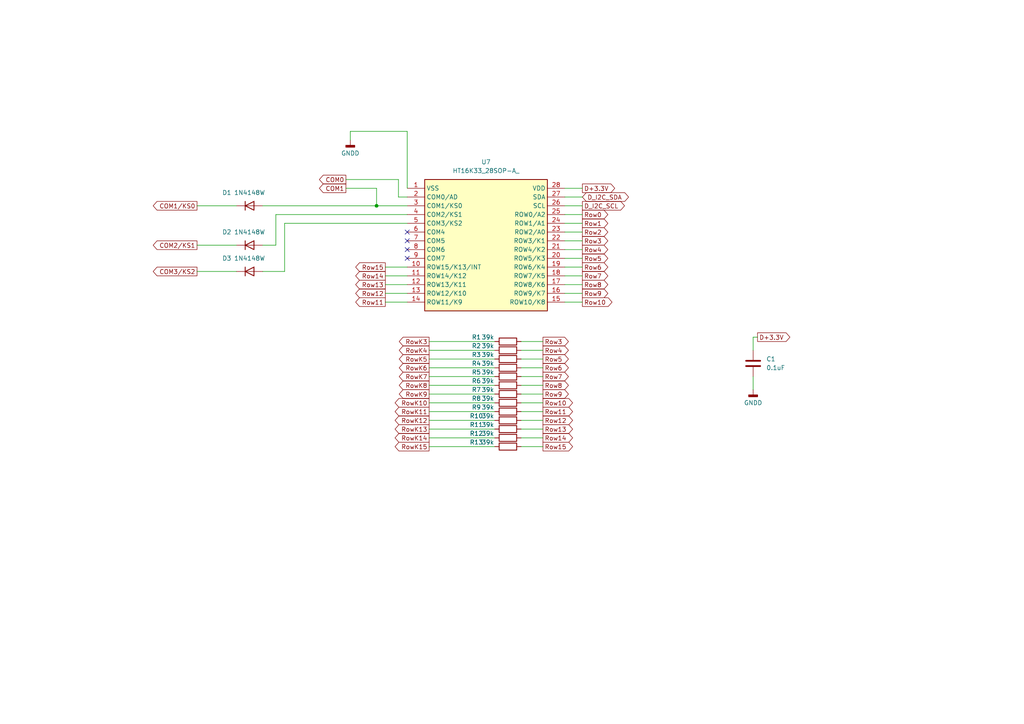
<source format=kicad_sch>
(kicad_sch (version 20231120) (generator "eeschema") (generator_version "8.0")
  (paper "A4")
  (lib_symbols
    (symbol "Device:C" (pin_numbers hide) (pin_names (offset 0.254))
      (property "Reference" "C" (at 0.635 2.54 0))
      (property "Value" "C" (at 0.635 -2.54 0))
      (symbol "C_0_1"
        (polyline (pts (xy -2.032 -0.762) (xy 2.032 -0.762)) (stroke (width 0.508)))
        (polyline (pts (xy -2.032 0.762) (xy 2.032 0.762)) (stroke (width 0.508)))
      )
      (symbol "C_1_1"
        (pin passive line (at 0 3.81 270) (length 2.794) (name "~") (number "1"))
        (pin passive line (at 0 -3.81 90) (length 2.794) (name "~") (number "2"))
      )
    )
    (symbol "Device:R" (pin_numbers hide) (pin_names (offset 0))
      (property "Reference" "R" (at 2.032 0 90))
      (property "Value" "R" (at 0 0 90))
      (symbol "R_0_1"
        (rectangle (start -1.016 -2.54) (end 1.016 2.54) (stroke (width 0.254)))
      )
      (symbol "R_1_1"
        (pin passive line (at 0 3.81 270) (length 1.27) (name "~") (number "1"))
        (pin passive line (at 0 -3.81 90) (length 1.27) (name "~") (number "2"))
      )
    )
    (symbol "Diode:1N4148W" (pin_numbers hide) (pin_names hide)
      (property "Reference" "D" (at 0 2.54 0))
      (property "Value" "1N4148W" (at 0 -2.54 0))
      (symbol "1N4148W_0_1"
        (polyline (pts (xy -1.27 1.27) (xy -1.27 -1.27)) (stroke (width 0.254)))
        (polyline (pts (xy 1.27 0) (xy -1.27 0)))
        (polyline (pts (xy 1.27 1.27) (xy 1.27 -1.27) (xy -1.27 0) (xy 1.27 1.27)) (stroke (width 0.254)))
      )
      (symbol "1N4148W_1_1"
        (pin passive line (at -3.81 0 0) (length 2.54) (name "K") (number "1"))
        (pin passive line (at 3.81 0 180) (length 2.54) (name "A") (number "2"))
      )
    )
    (symbol "SamacSys_Parts:HT16K33_28SOP-A_"
      (property "Reference" "IC" (at 41.91 7.62 0))
      (property "Value" "HT16K33_28SOP-A_" (at 41.91 5.08 0))
      (symbol "HT16K33_28SOP-A__1_1"
        (rectangle (start 5.08 2.54) (end 40.64 -35.56) (stroke (width 0.254)) (fill (type background)))
        (pin passive line (at 0 0 0) (length 5.08) (name "VSS") (number "1"))
        (pin passive line (at 0 -22.86 0) (length 5.08) (name "ROW15/K13/INT") (number "10"))
        (pin passive line (at 0 -25.4 0) (length 5.08) (name "ROW14/K12") (number "11"))
        (pin passive line (at 0 -27.94 0) (length 5.08) (name "ROW13/K11") (number "12"))
        (pin passive line (at 0 -30.48 0) (length 5.08) (name "ROW12/K10") (number "13"))
        (pin passive line (at 0 -33.02 0) (length 5.08) (name "ROW11/K9") (number "14"))
        (pin passive line (at 45.72 -33.02 180) (length 5.08) (name "ROW10/K8") (number "15"))
        (pin passive line (at 45.72 -30.48 180) (length 5.08) (name "ROW9/K7") (number "16"))
        (pin passive line (at 45.72 -27.94 180) (length 5.08) (name "ROW8/K6") (number "17"))
        (pin passive line (at 45.72 -25.4 180) (length 5.08) (name "ROW7/K5") (number "18"))
        (pin passive line (at 45.72 -22.86 180) (length 5.08) (name "ROW6/K4") (number "19"))
        (pin passive line (at 0 -2.54 0) (length 5.08) (name "COM0/AD") (number "2"))
        (pin passive line (at 45.72 -20.32 180) (length 5.08) (name "ROW5/K3") (number "20"))
        (pin passive line (at 45.72 -17.78 180) (length 5.08) (name "ROW4/K2") (number "21"))
        (pin passive line (at 45.72 -15.24 180) (length 5.08) (name "ROW3/K1") (number "22"))
        (pin passive line (at 45.72 -12.7 180) (length 5.08) (name "ROW2/A0") (number "23"))
        (pin passive line (at 45.72 -10.16 180) (length 5.08) (name "ROW1/A1") (number "24"))
        (pin passive line (at 45.72 -7.62 180) (length 5.08) (name "ROW0/A2") (number "25"))
        (pin passive line (at 45.72 -5.08 180) (length 5.08) (name "SCL") (number "26"))
        (pin passive line (at 45.72 -2.54 180) (length 5.08) (name "SDA") (number "27"))
        (pin passive line (at 45.72 0 180) (length 5.08) (name "VDD") (number "28"))
        (pin passive line (at 0 -5.08 0) (length 5.08) (name "COM1/KS0") (number "3"))
        (pin passive line (at 0 -7.62 0) (length 5.08) (name "COM2/KS1") (number "4"))
        (pin passive line (at 0 -10.16 0) (length 5.08) (name "COM3/KS2") (number "5"))
        (pin passive line (at 0 -12.7 0) (length 5.08) (name "COM4") (number "6"))
        (pin passive line (at 0 -15.24 0) (length 5.08) (name "COM5") (number "7"))
        (pin passive line (at 0 -17.78 0) (length 5.08) (name "COM6") (number "8"))
        (pin passive line (at 0 -20.32 0) (length 5.08) (name "COM7") (number "9"))
      )
    )
    (symbol "power:GNDD" (power) (pin_numbers hide) (pin_names (offset 0) hide)
      (property "Value" "GNDD" (at 0 -3.175 0))
      (symbol "GNDD_0_1"
        (rectangle (start -1.27 -1.524) (end 1.27 -2.032) (stroke (width 0.254)) (fill (type outline)))
        (polyline (pts (xy 0 0) (xy 0 -1.524)))
      )
      (symbol "GNDD_1_1"
        (pin power_in line (at 0 0 270) (length 0) (name "~") (number "1"))
      )
    )
  )
  (junction (at 109.22 59.69))
  (no_connect (at 118.11 69.85))
  (no_connect (at 118.11 72.39))
  (no_connect (at 118.11 67.31))
  (no_connect (at 118.11 74.93))
  (wire (pts (xy 168.91 87.63) (xy 163.83 87.63)))
  (wire (pts (xy 124.46 121.92) (xy 143.51 121.92)))
  (wire (pts (xy 168.91 69.85) (xy 163.83 69.85)))
  (wire (pts (xy 115.57 57.15) (xy 115.57 52.07)))
  (wire (pts (xy 82.55 64.77) (xy 118.11 64.77)))
  (wire (pts (xy 118.11 57.15) (xy 115.57 57.15)))
  (wire (pts (xy 101.6 38.1) (xy 101.6 40.64)))
  (wire (pts (xy 100.33 54.61) (xy 109.22 54.61)))
  (wire (pts (xy 157.48 119.38) (xy 151.13 119.38)))
  (wire (pts (xy 57.15 71.12) (xy 68.58 71.12)))
  (wire (pts (xy 109.22 59.69) (xy 118.11 59.69)))
  (wire (pts (xy 76.2 59.69) (xy 109.22 59.69)))
  (wire (pts (xy 219.71 97.79) (xy 218.44 97.79)))
  (wire (pts (xy 157.48 129.54) (xy 151.13 129.54)))
  (wire (pts (xy 168.91 62.23) (xy 163.83 62.23)))
  (wire (pts (xy 118.11 38.1) (xy 118.11 54.61)))
  (wire (pts (xy 157.48 116.84) (xy 151.13 116.84)))
  (wire (pts (xy 124.46 109.22) (xy 143.51 109.22)))
  (wire (pts (xy 157.48 109.22) (xy 151.13 109.22)))
  (wire (pts (xy 124.46 116.84) (xy 143.51 116.84)))
  (wire (pts (xy 163.83 59.69) (xy 168.91 59.69)))
  (wire (pts (xy 124.46 106.68) (xy 143.51 106.68)))
  (wire (pts (xy 57.15 78.74) (xy 68.58 78.74)))
  (wire (pts (xy 111.76 85.09) (xy 118.11 85.09)))
  (wire (pts (xy 168.91 74.93) (xy 163.83 74.93)))
  (wire (pts (xy 124.46 99.06) (xy 143.51 99.06)))
  (wire (pts (xy 124.46 127) (xy 143.51 127)))
  (wire (pts (xy 80.01 62.23) (xy 118.11 62.23)))
  (wire (pts (xy 168.91 67.31) (xy 163.83 67.31)))
  (wire (pts (xy 111.76 87.63) (xy 118.11 87.63)))
  (wire (pts (xy 157.48 111.76) (xy 151.13 111.76)))
  (wire (pts (xy 124.46 129.54) (xy 143.51 129.54)))
  (wire (pts (xy 168.91 85.09) (xy 163.83 85.09)))
  (wire (pts (xy 118.11 38.1) (xy 101.6 38.1)))
  (wire (pts (xy 168.91 82.55) (xy 163.83 82.55)))
  (wire (pts (xy 80.01 71.12) (xy 80.01 62.23)))
  (wire (pts (xy 124.46 104.14) (xy 143.51 104.14)))
  (wire (pts (xy 124.46 101.6) (xy 143.51 101.6)))
  (wire (pts (xy 124.46 111.76) (xy 143.51 111.76)))
  (wire (pts (xy 109.22 54.61) (xy 109.22 59.69)))
  (wire (pts (xy 168.91 72.39) (xy 163.83 72.39)))
  (wire (pts (xy 157.48 101.6) (xy 151.13 101.6)))
  (wire (pts (xy 157.48 104.14) (xy 151.13 104.14)))
  (wire (pts (xy 163.83 54.61) (xy 168.91 54.61)))
  (wire (pts (xy 111.76 82.55) (xy 118.11 82.55)))
  (wire (pts (xy 157.48 106.68) (xy 151.13 106.68)))
  (wire (pts (xy 157.48 127) (xy 151.13 127)))
  (wire (pts (xy 124.46 114.3) (xy 143.51 114.3)))
  (wire (pts (xy 111.76 77.47) (xy 118.11 77.47)))
  (wire (pts (xy 76.2 78.74) (xy 82.55 78.74)))
  (wire (pts (xy 157.48 124.46) (xy 151.13 124.46)))
  (wire (pts (xy 57.15 59.69) (xy 68.58 59.69)))
  (wire (pts (xy 168.91 64.77) (xy 163.83 64.77)))
  (wire (pts (xy 157.48 99.06) (xy 151.13 99.06)))
  (wire (pts (xy 82.55 78.74) (xy 82.55 64.77)))
  (wire (pts (xy 168.91 80.01) (xy 163.83 80.01)))
  (wire (pts (xy 115.57 52.07) (xy 100.33 52.07)))
  (wire (pts (xy 124.46 124.46) (xy 143.51 124.46)))
  (wire (pts (xy 163.83 57.15) (xy 168.91 57.15)))
  (wire (pts (xy 218.44 97.79) (xy 218.44 101.6)))
  (wire (pts (xy 76.2 71.12) (xy 80.01 71.12)))
  (wire (pts (xy 157.48 114.3) (xy 151.13 114.3)))
  (wire (pts (xy 168.91 77.47) (xy 163.83 77.47)))
  (wire (pts (xy 124.46 119.38) (xy 143.51 119.38)))
  (wire (pts (xy 218.44 109.22) (xy 218.44 113.03)))
  (wire (pts (xy 111.76 80.01) (xy 118.11 80.01)))
  (wire (pts (xy 157.48 121.92) (xy 151.13 121.92)))
  (global_label "D+3.3V" (shape output) (at 168.91 54.61 0) (property "Intersheetrefs" "${INTERSHEET_REFS}" (effects (hide yes))))
  (global_label "Row3" (shape output) (at 157.48 99.06 0) (property "Intersheetrefs" "${INTERSHEET_REFS}" (effects (hide yes))))
  (global_label "Row1" (shape output) (at 168.91 64.77 0) (property "Intersheetrefs" "${INTERSHEET_REFS}" (effects (hide yes))))
  (global_label "RowK10" (shape output) (at 124.46 116.84 180) (property "Intersheetrefs" "${INTERSHEET_REFS}" (effects (hide yes))))
  (global_label "Row8" (shape output) (at 168.91 82.55 0) (property "Intersheetrefs" "${INTERSHEET_REFS}" (effects (hide yes))))
  (global_label "RowK4" (shape output) (at 124.46 101.6 180) (property "Intersheetrefs" "${INTERSHEET_REFS}" (effects (hide yes))))
  (global_label "RowK7" (shape output) (at 124.46 109.22 180) (property "Intersheetrefs" "${INTERSHEET_REFS}" (effects (hide yes))))
  (global_label "RowK11" (shape output) (at 124.46 119.38 180) (property "Intersheetrefs" "${INTERSHEET_REFS}" (effects (hide yes))))
  (global_label "Row9" (shape output) (at 168.91 85.09 0) (property "Intersheetrefs" "${INTERSHEET_REFS}" (effects (hide yes))))
  (global_label "Row15" (shape output) (at 157.48 129.54 0) (property "Intersheetrefs" "${INTERSHEET_REFS}" (effects (hide yes))))
  (global_label "Row5" (shape output) (at 168.91 74.93 0) (property "Intersheetrefs" "${INTERSHEET_REFS}" (effects (hide yes))))
  (global_label "RowK8" (shape output) (at 124.46 111.76 180) (property "Intersheetrefs" "${INTERSHEET_REFS}" (effects (hide yes))))
  (global_label "D_I2C_SDA" (shape bidirectional) (at 168.91 57.15 0) (property "Intersheetrefs" "${INTERSHEET_REFS}" (effects (hide yes))))
  (global_label "Row4" (shape output) (at 157.48 101.6 0) (property "Intersheetrefs" "${INTERSHEET_REFS}" (effects (hide yes))))
  (global_label "Row2" (shape output) (at 168.91 67.31 0) (property "Intersheetrefs" "${INTERSHEET_REFS}" (effects (hide yes))))
  (global_label "Row6" (shape output) (at 157.48 106.68 0) (property "Intersheetrefs" "${INTERSHEET_REFS}" (effects (hide yes))))
  (global_label "Row3" (shape output) (at 168.91 69.85 0) (property "Intersheetrefs" "${INTERSHEET_REFS}" (effects (hide yes))))
  (global_label "Row15" (shape output) (at 111.76 77.47 180) (property "Intersheetrefs" "${INTERSHEET_REFS}" (effects (hide yes))))
  (global_label "D_I2C_SCL" (shape output) (at 168.91 59.69 0) (property "Intersheetrefs" "${INTERSHEET_REFS}" (effects (hide yes))))
  (global_label "D+3.3V" (shape output) (at 219.71 97.79 0) (property "Intersheetrefs" "${INTERSHEET_REFS}" (effects (hide yes))))
  (global_label "Row8" (shape output) (at 157.48 111.76 0) (property "Intersheetrefs" "${INTERSHEET_REFS}" (effects (hide yes))))
  (global_label "COM1{slash}KS0" (shape output) (at 57.15 59.69 180) (property "Intersheetrefs" "${INTERSHEET_REFS}" (effects (hide yes))))
  (global_label "RowK14" (shape output) (at 124.46 127 180) (property "Intersheetrefs" "${INTERSHEET_REFS}" (effects (hide yes))))
  (global_label "RowK13" (shape output) (at 124.46 124.46 180) (property "Intersheetrefs" "${INTERSHEET_REFS}" (effects (hide yes))))
  (global_label "Row10" (shape output) (at 168.91 87.63 0) (property "Intersheetrefs" "${INTERSHEET_REFS}" (effects (hide yes))))
  (global_label "RowK6" (shape output) (at 124.46 106.68 180) (property "Intersheetrefs" "${INTERSHEET_REFS}" (effects (hide yes))))
  (global_label "Row13" (shape output) (at 111.76 82.55 180) (property "Intersheetrefs" "${INTERSHEET_REFS}" (effects (hide yes))))
  (global_label "Row4" (shape output) (at 168.91 72.39 0) (property "Intersheetrefs" "${INTERSHEET_REFS}" (effects (hide yes))))
  (global_label "Row12" (shape output) (at 111.76 85.09 180) (property "Intersheetrefs" "${INTERSHEET_REFS}" (effects (hide yes))))
  (global_label "COM3/KS2" (shape output) (at 57.15 78.74 180) (property "Intersheetrefs" "${INTERSHEET_REFS}" (effects (hide yes))))
  (global_label "Row12" (shape output) (at 157.48 121.92 0) (property "Intersheetrefs" "${INTERSHEET_REFS}" (effects (hide yes))))
  (global_label "RowK5" (shape output) (at 124.46 104.14 180) (property "Intersheetrefs" "${INTERSHEET_REFS}" (effects (hide yes))))
  (global_label "Row13" (shape output) (at 157.48 124.46 0) (property "Intersheetrefs" "${INTERSHEET_REFS}" (effects (hide yes))))
  (global_label "COM0" (shape output) (at 100.33 52.07 180) (property "Intersheetrefs" "${INTERSHEET_REFS}" (effects (hide yes))))
  (global_label "Row11" (shape output) (at 157.48 119.38 0) (property "Intersheetrefs" "${INTERSHEET_REFS}" (effects (hide yes))))
  (global_label "Row11" (shape output) (at 111.76 87.63 180) (property "Intersheetrefs" "${INTERSHEET_REFS}" (effects (hide yes))))
  (global_label "Row10" (shape output) (at 157.48 116.84 0) (property "Intersheetrefs" "${INTERSHEET_REFS}" (effects (hide yes))))
  (global_label "Row7" (shape output) (at 157.48 109.22 0) (property "Intersheetrefs" "${INTERSHEET_REFS}" (effects (hide yes))))
  (global_label "Row0" (shape output) (at 168.91 62.23 0) (property "Intersheetrefs" "${INTERSHEET_REFS}" (effects (hide yes))))
  (global_label "Row9" (shape output) (at 157.48 114.3 0) (property "Intersheetrefs" "${INTERSHEET_REFS}" (effects (hide yes))))
  (global_label "RowK9" (shape output) (at 124.46 114.3 180) (property "Intersheetrefs" "${INTERSHEET_REFS}" (effects (hide yes))))
  (global_label "RowK12" (shape output) (at 124.46 121.92 180) (property "Intersheetrefs" "${INTERSHEET_REFS}" (effects (hide yes))))
  (global_label "Row6" (shape output) (at 168.91 77.47 0) (property "Intersheetrefs" "${INTERSHEET_REFS}" (effects (hide yes))))
  (global_label "Row14" (shape output) (at 157.48 127 0) (property "Intersheetrefs" "${INTERSHEET_REFS}" (effects (hide yes))))
  (global_label "Row7" (shape output) (at 168.91 80.01 0) (property "Intersheetrefs" "${INTERSHEET_REFS}" (effects (hide yes))))
  (global_label "Row14" (shape output) (at 111.76 80.01 180) (property "Intersheetrefs" "${INTERSHEET_REFS}" (effects (hide yes))))
  (global_label "Row5" (shape output) (at 157.48 104.14 0) (property "Intersheetrefs" "${INTERSHEET_REFS}" (effects (hide yes))))
  (global_label "RowK15" (shape output) (at 124.46 129.54 180) (property "Intersheetrefs" "${INTERSHEET_REFS}" (effects (hide yes))))
  (global_label "COM1" (shape output) (at 100.33 54.61 180) (property "Intersheetrefs" "${INTERSHEET_REFS}" (effects (hide yes))))
  (global_label "COM2/KS1" (shape output) (at 57.15 71.12 180) (property "Intersheetrefs" "${INTERSHEET_REFS}" (effects (hide yes))))
  (global_label "RowK3" (shape output) (at 124.46 99.06 180) (property "Intersheetrefs" "${INTERSHEET_REFS}" (effects (hide yes))))
  (symbol (lib_id "Device:R") (at 147.32 124.46 270) (mirror x) (unit 1)
    (property "Reference" "R11" (at 138.176 123.19 90))
    (property "Value" "39k" (at 141.478 123.19 90))
    (property "Footprint" "Resistor_SMD:R_0603_1608Metric_Pad0.98x0.95mm_HandSolder" (effects (hide yes)))
    (property "Description" "Resistor" (effects (hide yes)))
  )
  (symbol (lib_id "Device:R") (at 147.32 119.38 270) (mirror x) (unit 1)
    (property "Reference" "R9" (at 138.176 118.11 90))
    (property "Value" "39k" (at 141.478 118.11 90))
    (property "Footprint" "Resistor_SMD:R_0603_1608Metric_Pad0.98x0.95mm_HandSolder" (effects (hide yes)))
    (property "Description" "Resistor" (effects (hide yes)))
  )
  (symbol (lib_id "Diode:1N4148W") (at 72.39 59.69 0) (unit 1)
    (property "Reference" "D1" (at 65.786 55.88 0))
    (property "Value" "1N4148W" (at 72.39 55.88 0))
    (property "Footprint" "Diode_SMD:D_SOD-123" (effects (hide yes)))
    (property "Datasheet" "https://www.vishay.com/docs/85748/1n4148w.pdf" (effects (hide yes)))
    (property "Description" "75V 0.15A Fast Switching Diode, SOD-123" (effects (hide yes)))
    (property "Sim.Device" "D" (effects (hide yes)))
    (property "Sim.Pins" "1=K 2=A" (effects (hide yes)))
  )
  (symbol (lib_id "Device:R") (at 147.32 101.6 270) (mirror x) (unit 1)
    (property "Reference" "R2" (at 138.176 100.33 90))
    (property "Value" "39k" (at 141.478 100.33 90))
    (property "Footprint" "Resistor_SMD:R_0603_1608Metric_Pad0.98x0.95mm_HandSolder" (effects (hide yes)))
    (property "Description" "Resistor" (effects (hide yes)))
  )
  (symbol (lib_id "Device:R") (at 147.32 114.3 270) (mirror x) (unit 1)
    (property "Reference" "R7" (at 138.176 113.03 90))
    (property "Value" "39k" (at 141.478 113.03 90))
    (property "Footprint" "Resistor_SMD:R_0603_1608Metric_Pad0.98x0.95mm_HandSolder" (effects (hide yes)))
    (property "Description" "Resistor" (effects (hide yes)))
  )
  (symbol (lib_id "Device:R") (at 147.32 111.76 270) (mirror x) (unit 1)
    (property "Reference" "R6" (at 138.176 110.49 90))
    (property "Value" "39k" (at 141.478 110.49 90))
    (property "Footprint" "Resistor_SMD:R_0603_1608Metric_Pad0.98x0.95mm_HandSolder" (effects (hide yes)))
    (property "Description" "Resistor" (effects (hide yes)))
  )
  (symbol (lib_id "SamacSys_Parts:HT16K33_28SOP-A_") (at 118.11 54.61 0) (unit 1)
    (property "Reference" "U7" (at 140.97 46.99 0))
    (property "Value" "HT16K33_28SOP-A_" (at 140.97 49.53 0))
    (property "Footprint" "SOIC127P1031X264-28N" (effects (hide yes)))
    (property "Datasheet" "https://cdn-shop.adafruit.com/datasheets/ht16K33v110.pdf" (effects (hide yes)))
    (property "Description" "28-pin SOP (300mil) Outline Dimensions" (effects (hide yes)))
    (property "Height" "2.64" (effects (hide yes)))
    (property "Manufacturer_Name" "Holtek" (effects (hide yes)))
    (property "Manufacturer_Part_Number" "HT16K33(28SOP-A)" (effects (hide yes)))
  )
  (symbol (lib_id "power:GNDD") (at 101.6 40.64 0) (unit 1)
    (property "Reference" "#PWR01" (effects (hide yes)))
    (property "Value" "GNDD" (at 101.6 44.45 0))
    (property "Description" "Power symbol creates a global label with name \"GNDD\" , digital ground" (effects (hide yes)))
    (instances (project "HT16K33Panel" (path "" (reference "#PWR01") (unit 1))) (project "frontPanel" (path "" (reference "#PWR0101") (unit 1))))
  )
  (symbol (lib_id "Diode:1N4148W") (at 72.39 78.74 0) (unit 1)
    (property "Reference" "D3" (at 65.786 74.93 0))
    (property "Value" "1N4148W" (at 72.39 74.93 0))
    (property "Footprint" "Diode_SMD:D_SOD-123" (effects (hide yes)))
    (property "Datasheet" "https://www.vishay.com/docs/85748/1n4148w.pdf" (effects (hide yes)))
    (property "Description" "75V 0.15A Fast Switching Diode, SOD-123" (effects (hide yes)))
    (property "Sim.Device" "D" (effects (hide yes)))
    (property "Sim.Pins" "1=K 2=A" (effects (hide yes)))
  )
  (symbol (lib_id "power:GNDD") (at 218.44 113.03 0) (unit 1)
    (property "Reference" "#PWR02" (effects (hide yes)))
    (property "Value" "GNDD" (at 218.44 116.84 0))
    (property "Description" "Power symbol creates a global label with name \"GNDD\" , digital ground" (effects (hide yes)))
  )
  (symbol (lib_id "Device:R") (at 147.32 121.92 270) (mirror x) (unit 1)
    (property "Reference" "R10" (at 138.176 120.65 90))
    (property "Value" "39k" (at 141.478 120.65 90))
    (property "Footprint" "Resistor_SMD:R_0603_1608Metric_Pad0.98x0.95mm_HandSolder" (effects (hide yes)))
    (property "Description" "Resistor" (effects (hide yes)))
  )
  (symbol (lib_id "Device:R") (at 147.32 127 270) (mirror x) (unit 1)
    (property "Reference" "R12" (at 138.176 125.73 90))
    (property "Value" "39k" (at 141.478 125.73 90))
    (property "Footprint" "Resistor_SMD:R_0603_1608Metric_Pad0.98x0.95mm_HandSolder" (effects (hide yes)))
    (property "Description" "Resistor" (effects (hide yes)))
  )
  (symbol (lib_id "Device:R") (at 147.32 129.54 270) (mirror x) (unit 1)
    (property "Reference" "R13" (at 138.176 128.27 90))
    (property "Value" "39k" (at 141.478 128.27 90))
    (property "Footprint" "Resistor_SMD:R_0603_1608Metric_Pad0.98x0.95mm_HandSolder" (effects (hide yes)))
    (property "Description" "Resistor" (effects (hide yes)))
  )
  (symbol (lib_id "Device:R") (at 147.32 116.84 270) (mirror x) (unit 1)
    (property "Reference" "R8" (at 138.176 115.57 90))
    (property "Value" "39k" (at 141.478 115.57 90))
    (property "Footprint" "Resistor_SMD:R_0603_1608Metric_Pad0.98x0.95mm_HandSolder" (effects (hide yes)))
    (property "Description" "Resistor" (effects (hide yes)))
  )
  (symbol (lib_id "Diode:1N4148W") (at 72.39 71.12 0) (unit 1)
    (property "Reference" "D2" (at 65.786 67.31 0))
    (property "Value" "1N4148W" (at 72.39 67.31 0))
    (property "Footprint" "Diode_SMD:D_SOD-123" (effects (hide yes)))
    (property "Datasheet" "https://www.vishay.com/docs/85748/1n4148w.pdf" (effects (hide yes)))
    (property "Description" "75V 0.15A Fast Switching Diode, SOD-123" (effects (hide yes)))
    (property "Sim.Device" "D" (effects (hide yes)))
    (property "Sim.Pins" "1=K 2=A" (effects (hide yes)))
  )
  (symbol (lib_id "Device:R") (at 147.32 104.14 270) (mirror x) (unit 1)
    (property "Reference" "R3" (at 138.176 102.87 90))
    (property "Value" "39k" (at 141.478 102.87 90))
    (property "Footprint" "Resistor_SMD:R_0603_1608Metric_Pad0.98x0.95mm_HandSolder" (effects (hide yes)))
    (property "Description" "Resistor" (effects (hide yes)))
  )
  (symbol (lib_id "Device:C") (at 218.44 105.41 0) (unit 1)
    (property "Reference" "C1" (at 222.25 104.1399 0) (effects (justify left)))
    (property "Value" "0.1uF" (at 222.25 106.6799 0) (effects (justify left)))
    (property "Footprint" "Capacitor_SMD:C_0603_1608Metric_Pad1.08x0.95mm_HandSolder" (effects (hide yes)))
    (property "Description" "Unpolarized capacitor" (effects (hide yes)))
  )
  (symbol (lib_id "Device:R") (at 147.32 106.68 270) (mirror x) (unit 1)
    (property "Reference" "R4" (at 138.176 105.41 90))
    (property "Value" "39k" (at 141.478 105.41 90))
    (property "Footprint" "Resistor_SMD:R_0603_1608Metric_Pad0.98x0.95mm_HandSolder" (effects (hide yes)))
    (property "Description" "Resistor" (effects (hide yes)))
  )
  (symbol (lib_id "Device:R") (at 147.32 99.06 270) (mirror x) (unit 1)
    (property "Reference" "R1" (at 138.176 97.79 90))
    (property "Value" "39k" (at 141.478 97.79 90))
    (property "Footprint" "Resistor_SMD:R_0603_1608Metric_Pad0.98x0.95mm_HandSolder" (effects (hide yes)))
    (property "Description" "Resistor" (effects (hide yes)))
  )
  (symbol (lib_id "Device:R") (at 147.32 109.22 270) (mirror x) (unit 1)
    (property "Reference" "R5" (at 138.176 107.95 90))
    (property "Value" "39k" (at 141.478 107.95 90))
    (property "Footprint" "Resistor_SMD:R_0603_1608Metric_Pad0.98x0.95mm_HandSolder" (effects (hide yes)))
    (property "Description" "Resistor" (effects (hide yes)))
  )
)
</source>
